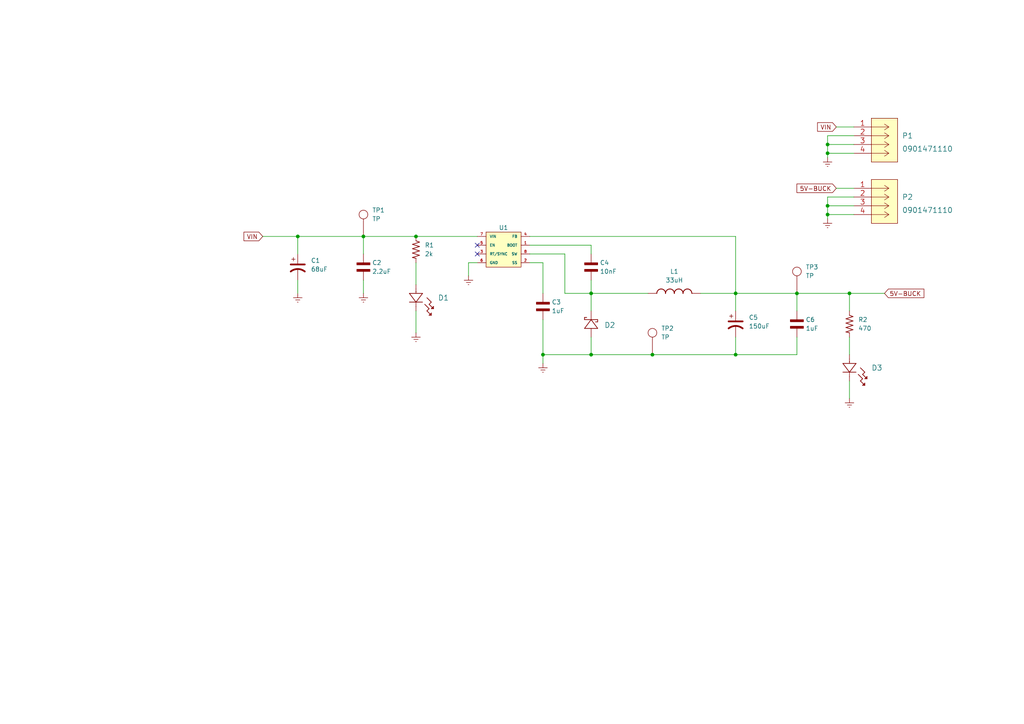
<source format=kicad_sch>
(kicad_sch (version 20211123) (generator eeschema)
  (paper "A4")
  (lib_symbols
    (symbol "0901471110_1" (pin_names (offset 0.254) hide)
      (property "Reference" "P" (at 8.89 6.35 0))
      (property "Value" "0901471110_1" (at 6.35 -12.7 0))
      (symbol "0901471110_1_0_1"
        (rectangle (start 5.08 2.54) (end 12.7 -10.16) (fill (type background)))
      )
      (symbol "0901471110_1_1_1"
        (polyline (pts (xy 10.16 -7.62) (xy 5.08 -7.62)) (stroke (width 0.127)))
        (polyline (pts (xy 10.16 -7.62) (xy 8.89 -8.4582)) (stroke (width 0.127)))
        (polyline (pts (xy 10.16 -7.62) (xy 8.89 -6.7818)) (stroke (width 0.127)))
        (polyline (pts (xy 10.16 -5.08) (xy 5.08 -5.08)) (stroke (width 0.127)))
        (polyline (pts (xy 10.16 -5.08) (xy 8.89 -5.9182)) (stroke (width 0.127)))
        (polyline (pts (xy 10.16 -5.08) (xy 8.89 -4.2418)) (stroke (width 0.127)))
        (polyline (pts (xy 10.16 -2.54) (xy 5.08 -2.54)) (stroke (width 0.127)))
        (polyline (pts (xy 10.16 -2.54) (xy 8.89 -3.3782)) (stroke (width 0.127)))
        (polyline (pts (xy 10.16 -2.54) (xy 8.89 -1.7018)) (stroke (width 0.127)))
        (polyline (pts (xy 10.16 0) (xy 5.08 0)) (stroke (width 0.127)))
        (polyline (pts (xy 10.16 0) (xy 8.89 -0.8382)) (stroke (width 0.127)))
        (polyline (pts (xy 10.16 0) (xy 8.89 0.8382)) (stroke (width 0.127)))
        (pin passive line (at 0 0 0) (length 5.08) (name "1") (number "1"))
        (pin passive line (at 0 -2.54 0) (length 5.08) (name "2") (number "2"))
        (pin passive line (at 0 -5.08 0) (length 5.08) (name "3") (number "3"))
        (pin passive line (at 0 -7.62 0) (length 5.08) (name "4") (number "4"))
      )
    )
    (symbol "5V-Power-Supply1:0901471110" (pin_names (offset 0.254) hide)
      (property "Reference" "P" (at 8.89 6.35 0))
      (property "Value" "0901471110" (at 6.35 -12.7 0))
      (symbol "0901471110_0_1"
        (rectangle (start 5.08 2.54) (end 12.7 -10.16) (fill (type background)))
      )
      (symbol "0901471110_1_1"
        (polyline (pts (xy 10.16 -7.62) (xy 5.08 -7.62)) (stroke (width 0.127)))
        (polyline (pts (xy 10.16 -7.62) (xy 8.89 -8.4582)) (stroke (width 0.127)))
        (polyline (pts (xy 10.16 -7.62) (xy 8.89 -6.7818)) (stroke (width 0.127)))
        (polyline (pts (xy 10.16 -5.08) (xy 5.08 -5.08)) (stroke (width 0.127)))
        (polyline (pts (xy 10.16 -5.08) (xy 8.89 -5.9182)) (stroke (width 0.127)))
        (polyline (pts (xy 10.16 -5.08) (xy 8.89 -4.2418)) (stroke (width 0.127)))
        (polyline (pts (xy 10.16 -2.54) (xy 5.08 -2.54)) (stroke (width 0.127)))
        (polyline (pts (xy 10.16 -2.54) (xy 8.89 -3.3782)) (stroke (width 0.127)))
        (polyline (pts (xy 10.16 -2.54) (xy 8.89 -1.7018)) (stroke (width 0.127)))
        (polyline (pts (xy 10.16 0) (xy 5.08 0)) (stroke (width 0.127)))
        (polyline (pts (xy 10.16 0) (xy 8.89 -0.8382)) (stroke (width 0.127)))
        (polyline (pts (xy 10.16 0) (xy 8.89 0.8382)) (stroke (width 0.127)))
        (pin passive line (at 0 0 0) (length 5.08) (name "1") (number "1"))
        (pin passive line (at 0 -2.54 0) (length 5.08) (name "2") (number "2"))
        (pin passive line (at 0 -5.08 0) (length 5.08) (name "3") (number "3"))
        (pin passive line (at 0 -7.62 0) (length 5.08) (name "4") (number "4"))
      )
    )
    (symbol "5V-Power-Supply1:CAP_0603" (pin_numbers hide) (pin_names (offset 1.016) hide)
      (property "Reference" "C" (at -1.27 3.81 0))
      (property "Value" "CAP_0603" (at -3.81 -3.81 0))
      (symbol "CAP_0603_0_0"
        (rectangle (start -1.27 -1.905) (end -0.635 1.905) (fill (type outline)))
        (rectangle (start 0.635 -1.905) (end 1.27 1.905) (fill (type outline)))
        (pin passive line (at 3.81 0 180) (length 2.54) (name "~") (number "1"))
        (pin passive line (at -3.81 0 0) (length 2.54) (name "~") (number "2"))
      )
    )
    (symbol "5V-Power-Supply1:CAP_Polar" (pin_numbers hide) (pin_names (offset 0.254) hide)
      (property "Reference" "C" (at 0.635 2.54 0))
      (property "Value" "CAP_Polar" (at 0.635 -2.54 0))
      (symbol "CAP_Polar_0_1"
        (polyline (pts (xy -2.032 0.762) (xy 2.032 0.762)) (stroke (width 0.508)))
        (polyline (pts (xy -1.778 2.286) (xy -0.762 2.286)))
        (polyline (pts (xy -1.27 1.778) (xy -1.27 2.794)))
        (arc (start 2.032 -1.27) (mid 0 -0.5572) (end -2.032 -1.27) (stroke (width 0.508)))
      )
      (symbol "CAP_Polar_1_1"
        (pin passive line (at 0 3.81 270) (length 2.794) (name "~") (number "1"))
        (pin passive line (at 0 -3.81 90) (length 3.302) (name "~") (number "2"))
      )
    )
    (symbol "5V-Power-Supply1:CBC3225T220KR" (pin_numbers hide) (pin_names (offset 1.016) hide)
      (property "Reference" "L" (at -2.54 2.54 0))
      (property "Value" "CBC3225T220KR" (at -7.62 -3.81 0))
      (symbol "CBC3225T220KR_0_0"
        (arc (start -2.54 0) (mid -3.81 1.27) (end -5.08 0) (stroke (width 0.254)))
        (arc (start 0 0) (mid -1.27 1.27) (end -2.54 0) (stroke (width 0.254)))
        (arc (start 2.54 0) (mid 1.27 1.27) (end 0 0) (stroke (width 0.254)))
        (arc (start 5.08 0) (mid 3.81 1.27) (end 2.54 0) (stroke (width 0.254)))
        (pin passive line (at -7.62 0 0) (length 2.54) (name "~") (number "1"))
        (pin passive line (at 7.62 0 180) (length 2.54) (name "~") (number "2"))
      )
    )
    (symbol "5V-Power-Supply1:Earth" (power) (pin_names (offset 0))
      (symbol "Earth_0_1"
        (polyline (pts (xy -0.635 -1.905) (xy 0.635 -1.905)))
        (polyline (pts (xy -0.127 -2.54) (xy 0.127 -2.54)))
        (polyline (pts (xy 0 -1.27) (xy 0 0)))
        (polyline (pts (xy 1.27 -1.27) (xy -1.27 -1.27)))
      )
      (symbol "Earth_1_1"
        (pin power_in line (at 0 0 270) (length 0) hide (name "Earth") (number "1"))
      )
    )
    (symbol "5V-Power-Supply1:LM22672MRE-5.0_NOPB" (pin_names (offset 1.016))
      (property "Reference" "U" (at -1.27 8.89 0))
      (property "Value" "LM22672MRE-5.0_NOPB" (at 0 -11.43 0))
      (symbol "LM22672MRE-5.0_NOPB_0_1"
        (rectangle (start -5.08 6.35) (end 5.08 -3.81) (fill (type background)))
      )
      (symbol "LM22672MRE-5.0_NOPB_1_1"
        (pin input line (at 7.62 2.54 180) (length 2.54) (name "BOOT") (number "1"))
        (pin input line (at 7.62 -2.54 180) (length 2.54) (name "SS") (number "2"))
        (pin passive line (at -7.62 0 0) (length 2.54) (name "RT/SYNC") (number "3"))
        (pin input line (at 7.62 5.08 180) (length 2.54) (name "FB") (number "4"))
        (pin input line (at -7.62 2.54 0) (length 2.54) (name "EN") (number "5"))
        (pin input line (at -7.62 -2.54 0) (length 2.54) (name "GND") (number "6"))
        (pin input line (at -7.62 5.08 0) (length 2.54) (name "VIN") (number "7"))
        (pin output line (at 7.62 0 180) (length 2.54) (name "SW") (number "8"))
      )
    )
    (symbol "5V-Power-Supply1:RB160VAM-60TR" (pin_numbers hide) (pin_names hide)
      (property "Reference" "D" (at 5.08 4.445 0))
      (symbol "RB160VAM-60TR_1_1"
        (polyline (pts (xy 3.81 -1.905) (xy 6.35 0)) (stroke (width 0.2032)))
        (polyline (pts (xy 3.81 1.905) (xy 3.81 -1.905)) (stroke (width 0.2032)))
        (polyline (pts (xy 5.715 -1.905) (xy 5.715 -1.27)) (stroke (width 0.2032)))
        (polyline (pts (xy 6.35 -1.905) (xy 5.715 -1.905)) (stroke (width 0.2032)))
        (polyline (pts (xy 6.35 -1.905) (xy 6.35 1.905)) (stroke (width 0.2032)))
        (polyline (pts (xy 6.35 0) (xy 3.81 1.905)) (stroke (width 0.2032)))
        (polyline (pts (xy 6.35 1.905) (xy 6.985 1.905)) (stroke (width 0.2032)))
        (polyline (pts (xy 6.985 1.905) (xy 6.985 1.27)) (stroke (width 0.2032)))
        (pin passive line (at 8.89 0 180) (length 2.54) (name "~") (number "1"))
        (pin passive line (at 1.27 0 0) (length 2.54) (name "~") (number "2"))
      )
    )
    (symbol "5V-Power-Supply1:RES_0603" (pin_numbers hide) (pin_names (offset 1.016) hide)
      (property "Reference" "R" (at -1.27 1.27 0))
      (property "Value" "RES_0603" (at -3.81 -2.54 0))
      (symbol "RES_0603_0_0"
        (polyline (pts (xy -2.54 0) (xy -2.159 1.016)) (stroke (width 0.2032)))
        (polyline (pts (xy -2.159 1.016) (xy -1.524 -1.016)) (stroke (width 0.2032)))
        (polyline (pts (xy -1.524 -1.016) (xy -0.889 1.016)) (stroke (width 0.2032)))
        (polyline (pts (xy -0.889 1.016) (xy -0.254 -1.016)) (stroke (width 0.2032)))
        (polyline (pts (xy -0.254 -1.016) (xy 0.381 1.016)) (stroke (width 0.2032)))
        (polyline (pts (xy 0.381 1.016) (xy 1.016 -1.016)) (stroke (width 0.2032)))
        (polyline (pts (xy 1.016 -1.016) (xy 1.651 1.016)) (stroke (width 0.2032)))
        (polyline (pts (xy 1.651 1.016) (xy 2.286 -1.016)) (stroke (width 0.2032)))
        (polyline (pts (xy 2.286 -1.016) (xy 2.54 0)) (stroke (width 0.2032)))
        (pin passive line (at -3.81 0 0) (length 1.27) (name "~") (number "1"))
        (pin passive line (at 3.81 0 180) (length 1.27) (name "~") (number "2"))
      )
    )
    (symbol "5V-Power-Supply1:SML-LX1206GC-TR" (pin_numbers hide) (pin_names hide)
      (property "Reference" "D" (at 3.81 5.08 0))
      (property "Value" "SML-LX1206GC-TR" (at 11.43 -10.16 0))
      (symbol "SML-LX1206GC-TR_1_1"
        (polyline (pts (xy -1.905 0) (xy 1.905 0)) (stroke (width 0.2032)))
        (polyline (pts (xy -1.905 2.54) (xy 0 0)) (stroke (width 0.2032)))
        (polyline (pts (xy 0 0) (xy 0 -1.27)) (stroke (width 0.1524)))
        (polyline (pts (xy 0 0) (xy 1.905 2.54)) (stroke (width 0.2032)))
        (polyline (pts (xy 0 3.175) (xy 0 2.54)) (stroke (width 0.1524)))
        (polyline (pts (xy 0 3.81) (xy 0 2.8702)) (stroke (width 0.1524)))
        (polyline (pts (xy 1.905 2.54) (xy -1.905 2.54)) (stroke (width 0.2032)))
        (polyline (pts (xy 2.54 -0.635) (xy 3.81 -1.905)) (stroke (width 0.2032)))
        (polyline (pts (xy 3.175 -2.54) (xy 4.445 -3.81)) (stroke (width 0.2032)))
        (polyline (pts (xy 3.175 1.27) (xy 4.445 0)) (stroke (width 0.2032)))
        (polyline (pts (xy 3.81 -3.81) (xy 4.445 -3.81)) (stroke (width 0.2032)))
        (polyline (pts (xy 3.81 -1.905) (xy 3.175 -2.54)) (stroke (width 0.2032)))
        (polyline (pts (xy 3.81 -0.635) (xy 5.08 -1.905)) (stroke (width 0.2032)))
        (polyline (pts (xy 4.445 -3.81) (xy 4.445 -3.175)) (stroke (width 0.2032)))
        (polyline (pts (xy 4.445 -3.175) (xy 3.81 -3.81)) (stroke (width 0.2032)))
        (polyline (pts (xy 4.445 -1.905) (xy 5.08 -1.905)) (stroke (width 0.2032)))
        (polyline (pts (xy 4.445 0) (xy 3.81 -0.635)) (stroke (width 0.2032)))
        (polyline (pts (xy 5.08 -1.905) (xy 5.08 -1.27)) (stroke (width 0.2032)))
        (polyline (pts (xy 5.08 -1.27) (xy 4.445 -1.905)) (stroke (width 0.2032)))
        (pin passive line (at 0 -2.54 90) (length 1.27) (name "1") (number "1"))
        (pin passive line (at 0 5.08 270) (length 1.27) (name "2") (number "2"))
      )
    )
    (symbol "5V-Power-Supply1:TP" (pin_numbers hide) (pin_names (offset 1.016) hide)
      (property "Reference" "TP" (at 0 8.89 0))
      (property "Value" "TP" (at 0 8.89 0))
      (symbol "TP_0_1"
        (circle (center 0 6.35) (radius 1.27))
      )
      (symbol "TP_1_1"
        (pin passive line (at 0 0 90) (length 5.08) (name "~") (number "1"))
      )
    )
  )
  (junction (at 86.36 68.58))
  (junction (at 240.03 41.91))
  (junction (at 189.23 102.87))
  (junction (at 120.65 68.58))
  (junction (at 240.03 44.45))
  (junction (at 213.36 102.87))
  (junction (at 105.41 68.58))
  (junction (at 171.45 102.87))
  (junction (at 231.14 85.09))
  (junction (at 246.38 85.09))
  (junction (at 157.48 102.87))
  (junction (at 240.03 62.23))
  (junction (at 213.36 85.09))
  (junction (at 171.45 85.09))
  (junction (at 240.03 59.69))
  (no_connect (at 138.43 73.66))
  (no_connect (at 138.43 71.12))
  (wire (pts (xy 86.36 68.58) (xy 86.36 73.66)))
  (wire (pts (xy 86.36 68.58) (xy 105.41 68.58)))
  (wire (pts (xy 213.36 97.79) (xy 213.36 102.87)))
  (wire (pts (xy 163.83 85.09) (xy 171.45 85.09)))
  (wire (pts (xy 213.36 85.09) (xy 213.36 90.17)))
  (wire (pts (xy 231.14 102.87) (xy 213.36 102.87)))
  (wire (pts (xy 240.03 59.69) (xy 247.65 59.69)))
  (wire (pts (xy 120.65 90.17) (xy 120.65 96.52)))
  (wire (pts (xy 171.45 85.09) (xy 171.45 90.17)))
  (wire (pts (xy 247.65 44.45) (xy 240.03 44.45)))
  (wire (pts (xy 138.43 76.2) (xy 135.89 76.2)))
  (wire (pts (xy 76.2 68.58) (xy 86.36 68.58)))
  (wire (pts (xy 157.48 92.71) (xy 157.48 102.87)))
  (wire (pts (xy 213.36 102.87) (xy 189.23 102.87)))
  (wire (pts (xy 246.38 97.79) (xy 246.38 102.87)))
  (wire (pts (xy 247.65 62.23) (xy 240.03 62.23)))
  (wire (pts (xy 246.38 85.09) (xy 246.38 90.17)))
  (wire (pts (xy 171.45 97.79) (xy 171.45 102.87)))
  (wire (pts (xy 240.03 41.91) (xy 247.65 41.91)))
  (wire (pts (xy 171.45 102.87) (xy 189.23 102.87)))
  (wire (pts (xy 240.03 44.45) (xy 240.03 45.72)))
  (wire (pts (xy 153.67 71.12) (xy 171.45 71.12)))
  (wire (pts (xy 86.36 81.28) (xy 86.36 85.09)))
  (wire (pts (xy 242.57 36.83) (xy 247.65 36.83)))
  (wire (pts (xy 240.03 41.91) (xy 240.03 44.45)))
  (wire (pts (xy 153.67 73.66) (xy 163.83 73.66)))
  (wire (pts (xy 163.83 73.66) (xy 163.83 85.09)))
  (wire (pts (xy 246.38 110.49) (xy 246.38 115.57)))
  (wire (pts (xy 213.36 85.09) (xy 231.14 85.09)))
  (wire (pts (xy 171.45 71.12) (xy 171.45 73.66)))
  (wire (pts (xy 120.65 76.2) (xy 120.65 82.55)))
  (wire (pts (xy 153.67 68.58) (xy 213.36 68.58)))
  (wire (pts (xy 213.36 68.58) (xy 213.36 85.09)))
  (wire (pts (xy 135.89 76.2) (xy 135.89 80.01)))
  (wire (pts (xy 242.57 54.61) (xy 247.65 54.61)))
  (wire (pts (xy 240.03 62.23) (xy 240.03 63.5)))
  (wire (pts (xy 105.41 68.58) (xy 120.65 68.58)))
  (wire (pts (xy 240.03 57.15) (xy 240.03 59.69)))
  (wire (pts (xy 105.41 81.28) (xy 105.41 85.09)))
  (wire (pts (xy 157.48 102.87) (xy 171.45 102.87)))
  (wire (pts (xy 157.48 102.87) (xy 157.48 105.41)))
  (wire (pts (xy 105.41 68.58) (xy 105.41 73.66)))
  (wire (pts (xy 247.65 39.37) (xy 240.03 39.37)))
  (wire (pts (xy 157.48 76.2) (xy 157.48 85.09)))
  (wire (pts (xy 120.65 68.58) (xy 138.43 68.58)))
  (wire (pts (xy 203.2 85.09) (xy 213.36 85.09)))
  (wire (pts (xy 240.03 59.69) (xy 240.03 62.23)))
  (wire (pts (xy 153.67 76.2) (xy 157.48 76.2)))
  (wire (pts (xy 231.14 85.09) (xy 231.14 90.17)))
  (wire (pts (xy 171.45 81.28) (xy 171.45 85.09)))
  (wire (pts (xy 231.14 97.79) (xy 231.14 102.87)))
  (wire (pts (xy 247.65 57.15) (xy 240.03 57.15)))
  (wire (pts (xy 246.38 85.09) (xy 256.54 85.09)))
  (wire (pts (xy 171.45 85.09) (xy 187.96 85.09)))
  (wire (pts (xy 240.03 39.37) (xy 240.03 41.91)))
  (wire (pts (xy 231.14 85.09) (xy 246.38 85.09)))
  (global_label "VIN" (shape input) (at 76.2 68.58 180) (property "Intersheet References" "${INTERSHEET_REFS}" (effects hide)))
  (global_label "5V-BUCK" (shape input) (at 242.57 54.61 180) (property "Intersheet References" "${INTERSHEET_REFS}" (effects hide)))
  (global_label "VIN" (shape input) (at 242.57 36.83 180) (property "Intersheet References" "${INTERSHEET_REFS}" (effects hide)))
  (global_label "5V-BUCK" (shape input) (at 256.54 85.09 0) (property "Intersheet References" "${INTERSHEET_REFS}" (effects hide)))
  (symbol (lib_id "5V-Power-Supply1:CAP_0603") (at 105.41 77.47 90) (unit 1)
    (property "Reference" "C2" (at 107.95 76.1999 90) (effects (justify right)))
    (property "Value" "2.2uF" (at 107.95 78.7399 90) (effects (justify right)))
    (property "Footprint" "5V-Power_supply1:CAP_0603" (effects hide))
  )
  (symbol (lib_id "5V-Power-Supply1:CAP_0603") (at 231.14 93.98 90) (unit 1)
    (property "Reference" "C6" (at 233.68 92.7099 90) (effects (justify right)))
    (property "Value" "1uF" (at 233.68 95.2499 90) (effects (justify right)))
    (property "Footprint" "5V-Power_supply1:CAP_0603" (effects hide))
  )
  (symbol (lib_id "5V-Power-Supply1:Earth") (at 135.89 80.01 0) (unit 1)
    (property "Reference" "#PWR04" (effects hide))
    (property "Value" "Earth" (effects hide))
  )
  (symbol (lib_id "5V-Power-Supply1:CAP_Polar") (at 213.36 93.98 0) (unit 1)
    (property "Reference" "C5" (at 217.17 92.0749 0) (effects (justify left)))
    (property "Value" "150uF" (at 217.17 94.6149 0) (effects (justify left)))
    (property "Footprint" "5V-Power_supply1:CAP_EEEFP1E151AL" (effects hide))
  )
  (symbol (lib_id "5V-Power-Supply1:TP") (at 105.41 68.58 0) (unit 1)
    (property "Reference" "TP1" (at 107.95 60.9599 0) (effects (justify left)))
    (property "Value" "TP" (at 107.95 63.4999 0) (effects (justify left)))
    (property "Footprint" "5V-Power_supply1:TP" (effects hide))
  )
  (symbol (lib_id "5V-Power-Supply1:RES_0603") (at 246.38 93.98 270) (unit 1)
    (property "Reference" "R2" (at 248.92 92.7099 90) (effects (justify left)))
    (property "Value" "470" (at 248.92 95.2499 90) (effects (justify left)))
    (property "Footprint" "5V-Power_supply1:RES_0603" (effects hide))
  )
  (symbol (lib_id "5V-Power-Supply1:CAP_0603") (at 171.45 77.47 90) (unit 1)
    (property "Reference" "C4" (at 173.99 76.1999 90) (effects (justify right)))
    (property "Value" "10nF" (at 173.99 78.7399 90) (effects (justify right)))
    (property "Footprint" "5V-Power_supply1:CAP_0603" (effects hide))
  )
  (symbol (lib_id "5V-Power-Supply1:LM22672MRE-5.0_NOPB") (at 146.05 73.66 0) (unit 1)
    (property "Reference" "U1" (at 146.05 66.04 0))
    (property "Value" "LM22672MRE-5.0_NOPB" (effects hide))
    (property "Footprint" "5V-Power_supply1:LM22672MRE-5.0_NOPB" (effects hide))
  )
  (symbol (lib_id "5V-Power-Supply1:0901471110") (at 247.65 54.61 0) (unit 1)
    (property "Reference" "P2" (at 261.62 57.15 0) (effects (font (size 1.524 1.524)) (justify left)))
    (property "Value" "0901471110" (at 261.62 60.96 0) (effects (font (size 1.524 1.524)) (justify left)))
    (property "Footprint" "Connector_PinHeader_1.00mm:PinHeader_1x04_P1.00mm_Horizontal" (effects hide))
  )
  (symbol (lib_id "5V-Power-Supply1:SML-LX1206GC-TR") (at 246.38 107.95 0) (unit 1)
    (property "Reference" "D3" (at 252.73 106.6927 0) (effects (font (size 1.524 1.524)) (justify left)))
    (property "Value" "SML-LX1206GC-TR" (effects hide))
    (property "Footprint" "5V-Power_supply1:SML-LX1206GC-TR" (effects hide))
  )
  (symbol (lib_id "5V-Power-Supply1:SML-LX1206GC-TR") (at 120.65 87.63 0) (unit 1)
    (property "Reference" "D1" (at 127 86.3727 0) (effects (font (size 1.524 1.524)) (justify left)))
    (property "Value" "SML-LX1206GC-TR" (effects hide))
    (property "Footprint" "5V-Power_supply1:SML-LX1206GC-TR" (effects hide))
  )
  (symbol (lib_id "5V-Power-Supply1:Earth") (at 240.03 63.5 0) (unit 1)
    (property "Reference" "#PWR0102" (effects hide))
    (property "Value" "Earth" (effects hide))
  )
  (symbol (lib_id "5V-Power-Supply1:Earth") (at 105.41 85.09 0) (unit 1)
    (property "Reference" "#PWR02" (effects hide))
    (property "Value" "Earth" (effects hide))
  )
  (symbol (lib_id "5V-Power-Supply1:CBC3225T220KR") (at 195.58 85.09 0) (unit 1)
    (property "Reference" "L1" (at 195.58 78.74 0))
    (property "Value" "33uH" (at 195.58 81.28 0))
    (property "Footprint" "5V-Power_supply1:CBC3225T220KR" (effects hide))
  )
  (symbol (lib_id "5V-Power-Supply1:CAP_0603") (at 157.48 88.9 90) (unit 1)
    (property "Reference" "C3" (at 160.02 87.6299 90) (effects (justify right)))
    (property "Value" "1uF" (at 160.02 90.1699 90) (effects (justify right)))
    (property "Footprint" "5V-Power_supply1:CAP_0603" (effects hide))
  )
  (symbol (lib_id "5V-Power-Supply1:Earth") (at 246.38 115.57 0) (unit 1)
    (property "Reference" "#PWR06" (effects hide))
    (property "Value" "Earth" (effects hide))
  )
  (symbol (lib_name "0901471110_1") (lib_id "5V-Power-Supply1:0901471110") (at 247.65 36.83 0) (unit 1)
    (property "Reference" "P1" (at 261.62 39.37 0) (effects (font (size 1.524 1.524)) (justify left)))
    (property "Value" "0901471110" (at 261.62 43.18 0) (effects (font (size 1.524 1.524)) (justify left)))
    (property "Footprint" "Connector_PinHeader_1.00mm:PinHeader_1x04_P1.00mm_Horizontal" (effects hide))
  )
  (symbol (lib_id "5V-Power-Supply1:RB160VAM-60TR") (at 171.45 99.06 90) (unit 1)
    (property "Reference" "D2" (at 175.26 94.2975 90) (effects (font (size 1.524 1.524)) (justify right)))
    (property "Value" "RB160VAM-60TR" (effects hide))
    (property "Footprint" "5V-Power_supply1:RB160VAM-60TR" (effects hide))
  )
  (symbol (lib_id "5V-Power-Supply1:Earth") (at 86.36 85.09 0) (unit 1)
    (property "Reference" "#PWR01" (effects hide))
    (property "Value" "Earth" (effects hide))
  )
  (symbol (lib_id "5V-Power-Supply1:Earth") (at 157.48 105.41 0) (unit 1)
    (property "Reference" "#PWR05" (effects hide))
    (property "Value" "Earth" (effects hide))
  )
  (symbol (lib_id "5V-Power-Supply1:Earth") (at 120.65 96.52 0) (unit 1)
    (property "Reference" "#PWR03" (effects hide))
    (property "Value" "Earth" (effects hide))
  )
  (symbol (lib_id "5V-Power-Supply1:CAP_Polar") (at 86.36 77.47 0) (unit 1)
    (property "Reference" "C1" (at 90.17 75.5649 0) (effects (justify left)))
    (property "Value" "68uF" (at 90.17 78.1049 0) (effects (justify left)))
    (property "Footprint" "5V-Power_supply1:EEEFPV680XAP" (effects hide))
  )
  (symbol (lib_id "5V-Power-Supply1:TP") (at 231.14 85.09 0) (unit 1)
    (property "Reference" "TP3" (at 233.68 77.4699 0) (effects (justify left)))
    (property "Value" "TP" (at 233.68 80.0099 0) (effects (justify left)))
    (property "Footprint" "5V-Power_supply1:TP" (effects hide))
  )
  (symbol (lib_id "5V-Power-Supply1:Earth") (at 240.03 45.72 0) (unit 1)
    (property "Reference" "#PWR0101" (effects hide))
    (property "Value" "Earth" (effects hide))
  )
  (symbol (lib_id "5V-Power-Supply1:TP") (at 189.23 102.87 0) (unit 1)
    (property "Reference" "TP2" (at 191.77 95.2499 0) (effects (justify left)))
    (property "Value" "TP" (at 191.77 97.7899 0) (effects (justify left)))
    (property "Footprint" "5V-Power_supply1:TP" (effects hide))
  )
  (symbol (lib_id "5V-Power-Supply1:RES_0603") (at 120.65 72.39 270) (unit 1)
    (property "Reference" "R1" (at 123.19 71.1199 90) (effects (justify left)))
    (property "Value" "2k" (at 123.19 73.6599 90) (effects (justify left)))
    (property "Footprint" "5V-Power_supply1:RES_0603" (effects hide))
  )
)
</source>
